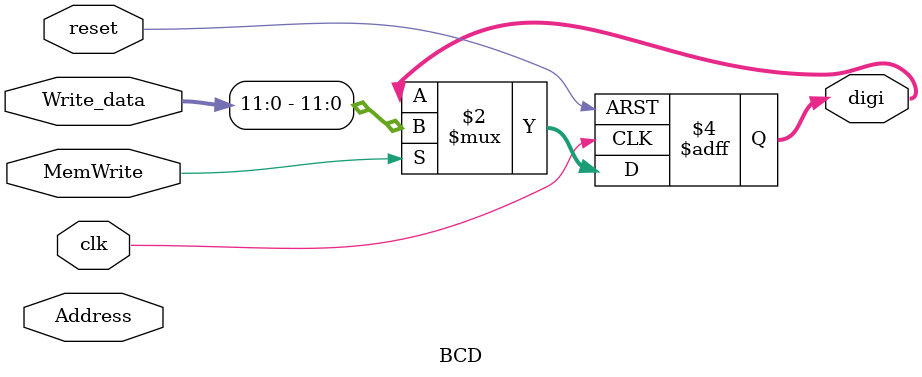
<source format=v>
module BCD(reset, clk, Address, Write_data, MemWrite, digi);
	input reset, clk;
    input [31:0] Address, Write_data;
    input MemWrite;
    output reg [11:0] digi;
    
    always @(posedge reset or posedge clk) begin
        if (reset) begin
            digi <= 12'h000;
        end
        else if (MemWrite)begin
            digi <= Write_data[11:0];
        end
    end
endmodule

</source>
